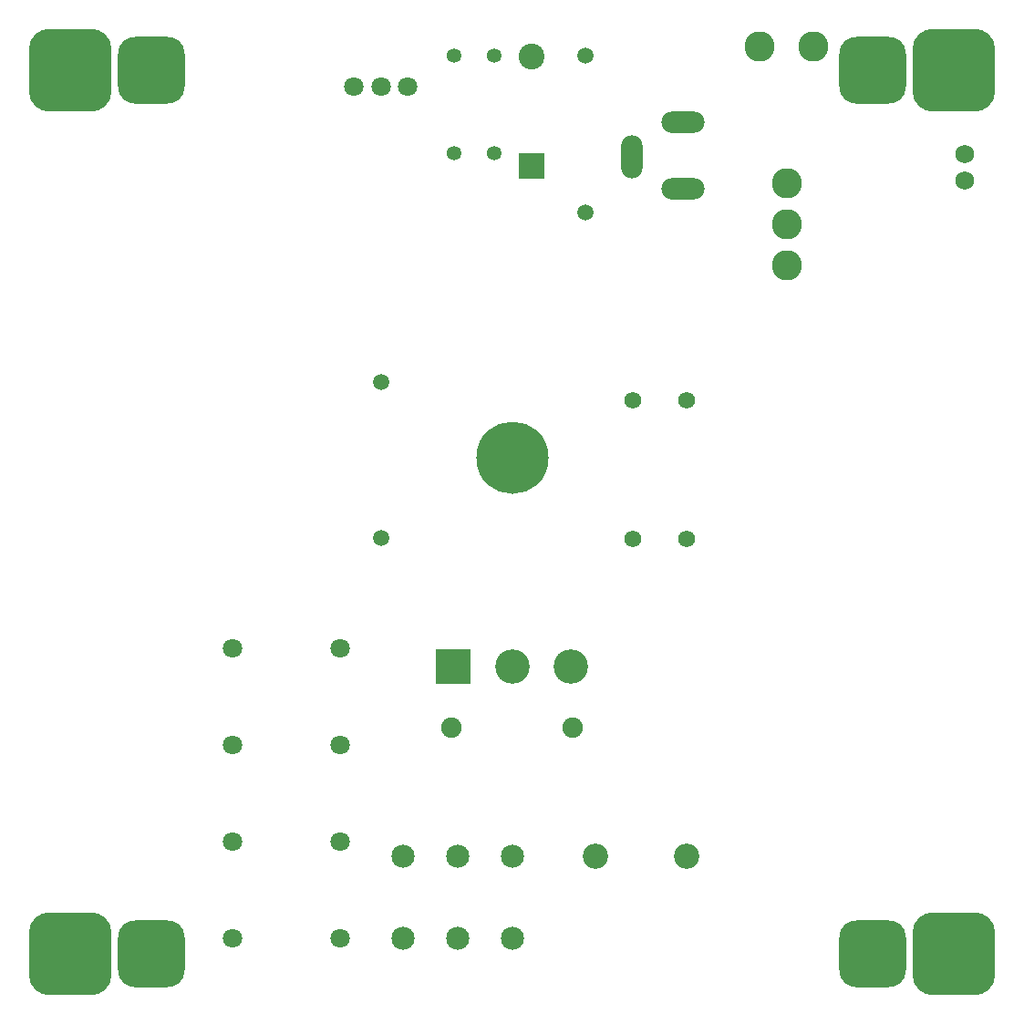
<source format=gbs>
G04*
G04 #@! TF.GenerationSoftware,Altium Limited,Altium Designer,24.0.1 (36)*
G04*
G04 Layer_Color=16711935*
%FSLAX44Y44*%
%MOMM*%
G71*
G04*
G04 #@! TF.SameCoordinates,9C8BCC2B-501B-40A3-BBBE-7B9C73712F20*
G04*
G04*
G04 #@! TF.FilePolarity,Negative*
G04*
G01*
G75*
%ADD15C,2.3532*%
%ADD16C,1.8032*%
%ADD17R,2.4032X2.4032*%
%ADD18C,2.4032*%
%ADD19C,1.3532*%
%ADD20O,4.0032X2.0032*%
%ADD21O,2.0032X4.0032*%
%ADD22C,1.5032*%
%ADD23C,2.8032*%
%ADD24C,3.2032*%
%ADD25R,3.2032X3.2032*%
%ADD26C,6.7032*%
%ADD27C,2.1532*%
%ADD28C,1.5632*%
%ADD29C,1.9032*%
%ADD30C,1.7432*%
G04:AMPARAMS|DCode=31|XSize=6.2032mm|YSize=6.2032mm|CornerRadius=1.6016mm|HoleSize=0mm|Usage=FLASHONLY|Rotation=0.000|XOffset=0mm|YOffset=0mm|HoleType=Round|Shape=RoundedRectangle|*
%AMROUNDEDRECTD31*
21,1,6.2032,3.0000,0,0,0.0*
21,1,3.0000,6.2032,0,0,0.0*
1,1,3.2032,1.5000,-1.5000*
1,1,3.2032,-1.5000,-1.5000*
1,1,3.2032,-1.5000,1.5000*
1,1,3.2032,1.5000,1.5000*
%
%ADD31ROUNDEDRECTD31*%
G04:AMPARAMS|DCode=32|XSize=7.7032mm|YSize=7.7032mm|CornerRadius=1.9766mm|HoleSize=0mm|Usage=FLASHONLY|Rotation=0.000|XOffset=0mm|YOffset=0mm|HoleType=Round|Shape=RoundedRectangle|*
%AMROUNDEDRECTD32*
21,1,7.7032,3.7500,0,0,0.0*
21,1,3.7500,7.7032,0,0,0.0*
1,1,3.9532,1.8750,-1.8750*
1,1,3.9532,-1.8750,-1.8750*
1,1,3.9532,-1.8750,1.8750*
1,1,3.9532,1.8750,1.8750*
%
%ADD32ROUNDEDRECTD32*%
D15*
X527000Y130000D02*
D03*
X612000D02*
D03*
D16*
X328372Y844865D02*
D03*
X303372D02*
D03*
X353372D02*
D03*
X190620Y233699D02*
D03*
X290620D02*
D03*
Y323699D02*
D03*
X190620D02*
D03*
X290620Y53699D02*
D03*
X190620D02*
D03*
Y143699D02*
D03*
X290620D02*
D03*
D17*
X468372Y771565D02*
D03*
D18*
Y873165D02*
D03*
D19*
X396436Y873365D02*
D03*
Y783365D02*
D03*
X433372D02*
D03*
Y873365D02*
D03*
D20*
X608372Y749865D02*
D03*
Y811865D02*
D03*
D21*
X561372Y779865D02*
D03*
D22*
X518372Y873365D02*
D03*
Y728365D02*
D03*
X328370Y570500D02*
D03*
Y425500D02*
D03*
D23*
X705000Y755000D02*
D03*
Y717000D02*
D03*
Y679000D02*
D03*
X730000Y882000D02*
D03*
X680000D02*
D03*
D24*
X450000Y306600D02*
D03*
X504500D02*
D03*
D25*
X395500D02*
D03*
D26*
X450000Y500000D02*
D03*
D27*
X399200Y130000D02*
D03*
X450000D02*
D03*
X399200Y53800D02*
D03*
X450000D02*
D03*
X348400Y130000D02*
D03*
Y53800D02*
D03*
D28*
X562000Y425000D02*
D03*
X612000D02*
D03*
X562000Y553500D02*
D03*
X612000D02*
D03*
D29*
X394000Y250000D02*
D03*
X506000D02*
D03*
D30*
X870000Y782500D02*
D03*
Y757500D02*
D03*
D31*
X115000Y40000D02*
D03*
X785000D02*
D03*
Y860000D02*
D03*
X115000D02*
D03*
D32*
X40000Y40000D02*
D03*
X860000D02*
D03*
Y860000D02*
D03*
X40000D02*
D03*
M02*

</source>
